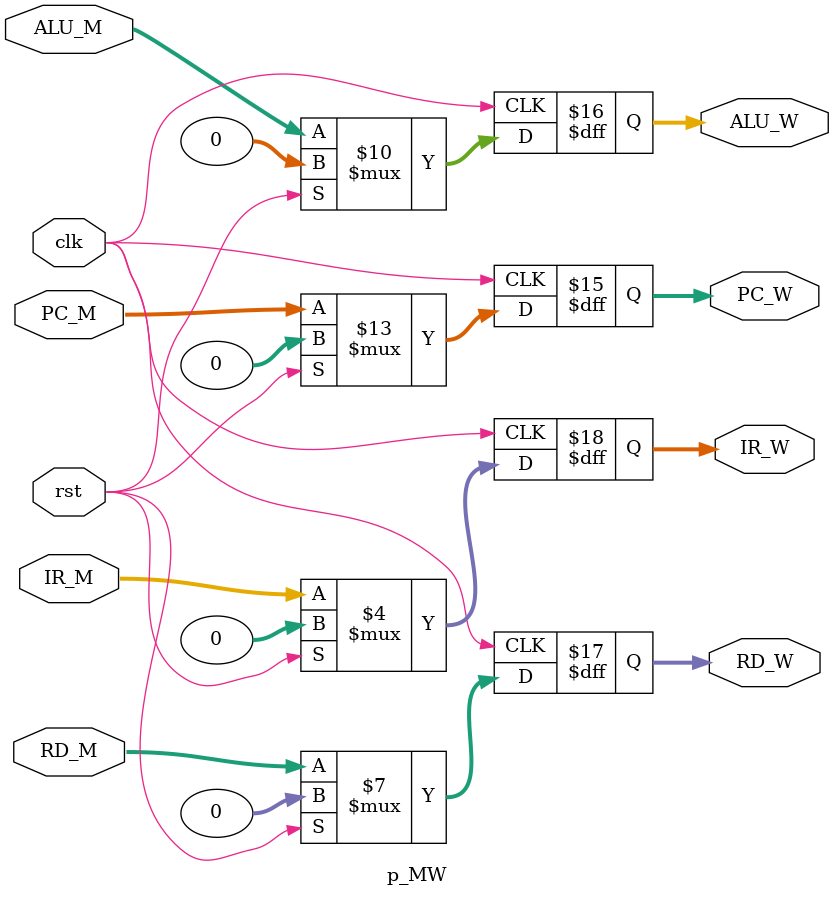
<source format=v>
module p_MW(output reg [31:0] PC_W, ALU_W, RD_W, IR_W, input [31:0] PC_M, ALU_M, RD_M, IR_M, input clk, rst);
	always @(posedge clk ) begin
	   if(!rst) begin
            PC_W<=PC_M;
            ALU_W<=ALU_M;
            RD_W<=RD_M;
            IR_W<=IR_M;
		end
		else begin
            PC_W<=0;
            ALU_W<=0;
            RD_W<=0;
            IR_W<=0;
		end
	end
endmodule
</source>
